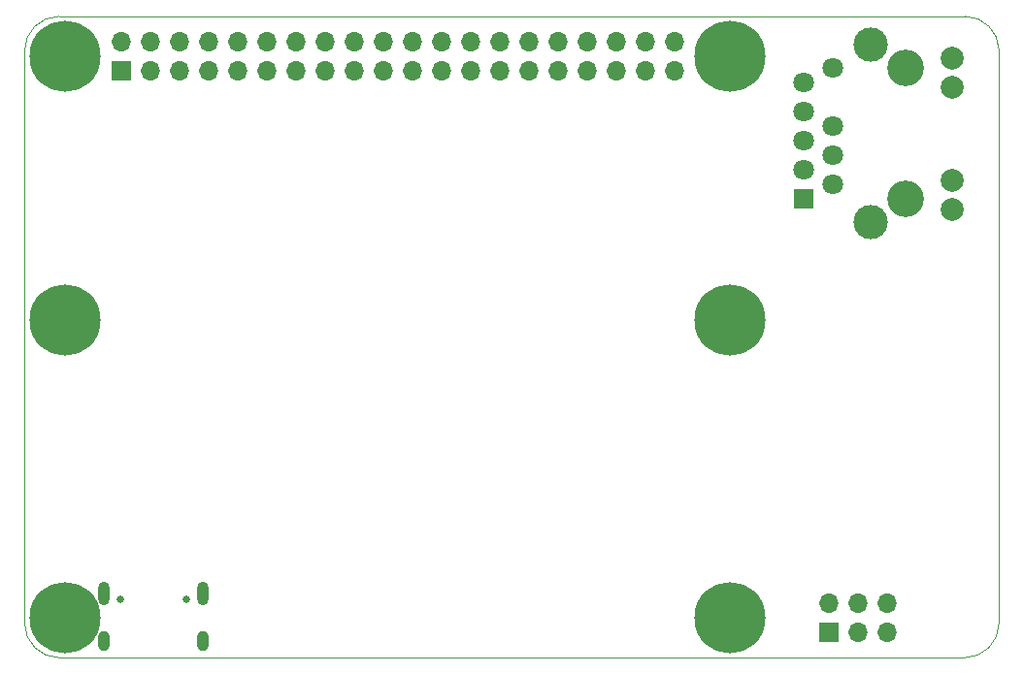
<source format=gbr>
G04 #@! TF.GenerationSoftware,KiCad,Pcbnew,8.0.3*
G04 #@! TF.CreationDate,2024-07-26T16:49:24+02:00*
G04 #@! TF.ProjectId,ice4pi,69636534-7069-42e6-9b69-6361645f7063,rev?*
G04 #@! TF.SameCoordinates,PX2faf080PY2ebae40*
G04 #@! TF.FileFunction,Soldermask,Bot*
G04 #@! TF.FilePolarity,Negative*
%FSLAX46Y46*%
G04 Gerber Fmt 4.6, Leading zero omitted, Abs format (unit mm)*
G04 Created by KiCad (PCBNEW 8.0.3) date 2024-07-26 16:49:24*
%MOMM*%
%LPD*%
G01*
G04 APERTURE LIST*
%ADD10C,6.200000*%
%ADD11C,0.650000*%
%ADD12O,1.000000X2.100000*%
%ADD13O,1.000000X1.800000*%
%ADD14C,3.200000*%
%ADD15R,1.800000X1.800000*%
%ADD16C,1.800000*%
%ADD17C,2.000000*%
%ADD18C,3.000000*%
%ADD19R,1.700000X1.700000*%
%ADD20O,1.700000X1.700000*%
G04 #@! TA.AperFunction,Profile*
%ADD21C,0.050000*%
G04 #@! TD*
G04 APERTURE END LIST*
D10*
X3500000Y-3500000D03*
X3500000Y-52500000D03*
X61500000Y-52500000D03*
D11*
X8310000Y-50895000D03*
X14090000Y-50895000D03*
D12*
X6880000Y-50395000D03*
D13*
X6880000Y-54575000D03*
D12*
X15520000Y-50395000D03*
D13*
X15520000Y-54575000D03*
D10*
X61500000Y-26500000D03*
X61500000Y-3500000D03*
D14*
X76850000Y-15965000D03*
X76850000Y-4535000D03*
D15*
X67960000Y-15965000D03*
D16*
X70500000Y-14695000D03*
X67960000Y-13425000D03*
X70500000Y-12155000D03*
X67960000Y-10885000D03*
X70500000Y-9615000D03*
X67960000Y-8345000D03*
X67960000Y-5805000D03*
X70500000Y-4535000D03*
D17*
X80910000Y-16885000D03*
X80910000Y-14345000D03*
X80910000Y-6165000D03*
X80910000Y-3625000D03*
D18*
X73800000Y-18005000D03*
X73800000Y-2505000D03*
D10*
X3500000Y-26500000D03*
D19*
X70160000Y-53770000D03*
D20*
X70160000Y-51230000D03*
X72700000Y-53770000D03*
X72700000Y-51230000D03*
X75240000Y-53770000D03*
X75240000Y-51230000D03*
D19*
X8400000Y-4800000D03*
D20*
X8400000Y-2260000D03*
X10940000Y-4800000D03*
X10940000Y-2260000D03*
X13480000Y-4800000D03*
X13480000Y-2260000D03*
X16020000Y-4800000D03*
X16020000Y-2260000D03*
X18560000Y-4800000D03*
X18560000Y-2260000D03*
X21100000Y-4800000D03*
X21100000Y-2260000D03*
X23640000Y-4800000D03*
X23640000Y-2260000D03*
X26180000Y-4800000D03*
X26180000Y-2260000D03*
X28720000Y-4800000D03*
X28720000Y-2260000D03*
X31260000Y-4800000D03*
X31260000Y-2260000D03*
X33800000Y-4800000D03*
X33800000Y-2260000D03*
X36340000Y-4800000D03*
X36340000Y-2260000D03*
X38880000Y-4800000D03*
X38880000Y-2260000D03*
X41420000Y-4800000D03*
X41420000Y-2260000D03*
X43960000Y-4800000D03*
X43960000Y-2260000D03*
X46500000Y-4800000D03*
X46500000Y-2260000D03*
X49040000Y-4800000D03*
X49040000Y-2260000D03*
X51580000Y-4800000D03*
X51580000Y-2260000D03*
X54120000Y-4800000D03*
X54120000Y-2260000D03*
X56660000Y-4800000D03*
X56660000Y-2260000D03*
D21*
X62870328Y-26500000D02*
G75*
G02*
X60129672Y-26500000I-1370328J0D01*
G01*
X60129672Y-26500000D02*
G75*
G02*
X62870328Y-26500000I1370328J0D01*
G01*
X82000000Y0D02*
G75*
G02*
X85000000Y-3000000I0J-3000000D01*
G01*
X85000000Y-53000000D02*
G75*
G02*
X82000000Y-56000000I-3000000J0D01*
G01*
X3000000Y-56000000D02*
G75*
G02*
X0Y-53000000I0J3000000D01*
G01*
X0Y-3000000D02*
G75*
G02*
X3000000Y0I3000000J0D01*
G01*
X0Y-53000000D02*
X0Y-3000000D01*
X82000000Y-56000000D02*
X3000000Y-56000000D01*
X85000000Y-3000000D02*
X85000000Y-53000000D01*
X3000000Y0D02*
X82000000Y0D01*
X62870328Y-3500000D02*
G75*
G02*
X60129672Y-3500000I-1370328J0D01*
G01*
X60129672Y-3500000D02*
G75*
G02*
X62870328Y-3500000I1370328J0D01*
G01*
X4870328Y-26500000D02*
G75*
G02*
X2129672Y-26500000I-1370328J0D01*
G01*
X2129672Y-26500000D02*
G75*
G02*
X4870328Y-26500000I1370328J0D01*
G01*
X4870328Y-3500000D02*
G75*
G02*
X2129672Y-3500000I-1370328J0D01*
G01*
X2129672Y-3500000D02*
G75*
G02*
X4870328Y-3500000I1370328J0D01*
G01*
M02*

</source>
